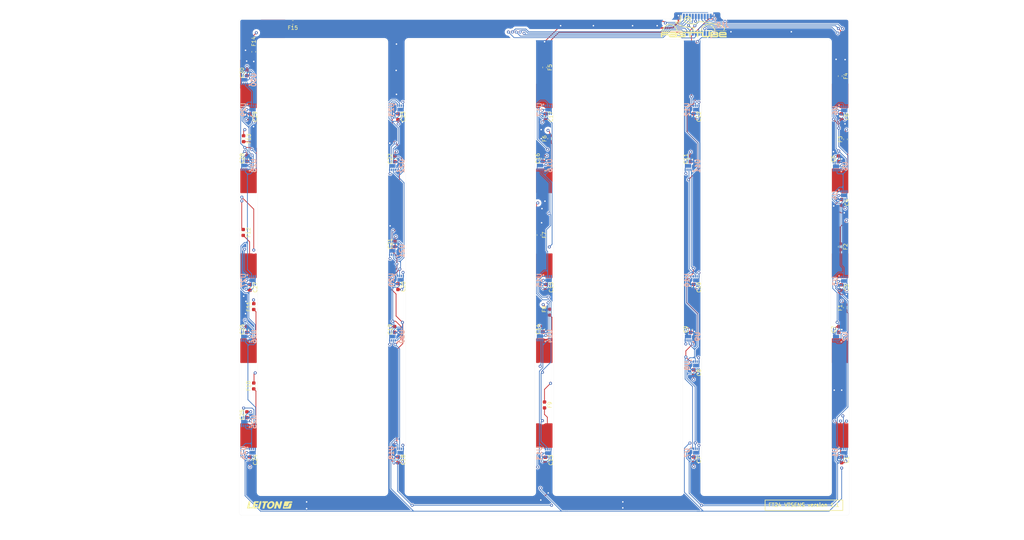
<source format=kicad_pcb>
(kicad_pcb
	(version 20240108)
	(generator "pcbnew")
	(generator_version "8.0")
	(general
		(thickness 1.6)
		(legacy_teardrops no)
	)
	(paper "A4")
	(layers
		(0 "F.Cu" signal)
		(1 "In1.Cu" signal)
		(2 "In2.Cu" signal)
		(31 "B.Cu" signal)
		(32 "B.Adhes" user "B.Adhesive")
		(33 "F.Adhes" user "F.Adhesive")
		(34 "B.Paste" user)
		(35 "F.Paste" user)
		(36 "B.SilkS" user "B.Silkscreen")
		(37 "F.SilkS" user "F.Silkscreen")
		(38 "B.Mask" user)
		(39 "F.Mask" user)
		(40 "Dwgs.User" user "User.Drawings")
		(41 "Cmts.User" user "User.Comments")
		(42 "Eco1.User" user "User.Eco1")
		(43 "Eco2.User" user "User.Eco2")
		(44 "Edge.Cuts" user)
		(45 "Margin" user)
		(46 "B.CrtYd" user "B.Courtyard")
		(47 "F.CrtYd" user "F.Courtyard")
		(48 "B.Fab" user)
		(49 "F.Fab" user)
		(50 "User.1" user)
		(51 "User.2" user)
		(52 "User.3" user)
		(53 "User.4" user)
		(54 "User.5" user)
		(55 "User.6" user)
		(56 "User.7" user)
		(57 "User.8" user)
		(58 "User.9" user)
	)
	(setup
		(stackup
			(layer "F.SilkS"
				(type "Top Silk Screen")
			)
			(layer "F.Paste"
				(type "Top Solder Paste")
			)
			(layer "F.Mask"
				(type "Top Solder Mask")
				(thickness 0.01)
			)
			(layer "F.Cu"
				(type "copper")
				(thickness 0.035)
			)
			(layer "dielectric 1"
				(type "prepreg")
				(thickness 0.1)
				(material "FR4")
				(epsilon_r 4.5)
				(loss_tangent 0.02)
			)
			(layer "In1.Cu"
				(type "copper")
				(thickness 0.035)
			)
			(layer "dielectric 2"
				(type "core")
				(thickness 1.24)
				(material "FR4")
				(epsilon_r 4.5)
				(loss_tangent 0.02)
			)
			(layer "In2.Cu"
				(type "copper")
				(thickness 0.035)
			)
			(layer "dielectric 3"
				(type "prepreg")
				(thickness 0.1)
				(material "FR4")
				(epsilon_r 4.5)
				(loss_tangent 0.02)
			)
			(layer "B.Cu"
				(type "copper")
				(thickness 0.035)
			)
			(layer "B.Mask"
				(type "Bottom Solder Mask")
				(thickness 0.01)
			)
			(layer "B.Paste"
				(type "Bottom Solder Paste")
			)
			(layer "B.SilkS"
				(type "Bottom Silk Screen")
			)
			(copper_finish "None")
			(dielectric_constraints no)
		)
		(pad_to_mask_clearance 0)
		(allow_soldermask_bridges_in_footprints no)
		(aux_axis_origin 65 25)
		(pcbplotparams
			(layerselection 0x00010fc_ffffffff)
			(plot_on_all_layers_selection 0x0000000_00000000)
			(disableapertmacros no)
			(usegerberextensions no)
			(usegerberattributes yes)
			(usegerberadvancedattributes yes)
			(creategerberjobfile yes)
			(dashed_line_dash_ratio 12.000000)
			(dashed_line_gap_ratio 3.000000)
			(svgprecision 4)
			(plotframeref no)
			(viasonmask no)
			(mode 1)
			(useauxorigin no)
			(hpglpennumber 1)
			(hpglpenspeed 20)
			(hpglpendiameter 15.000000)
			(pdf_front_fp_property_popups yes)
			(pdf_back_fp_property_popups yes)
			(dxfpolygonmode yes)
			(dxfimperialunits yes)
			(dxfusepcbnewfont yes)
			(psnegative no)
			(psa4output no)
			(plotreference yes)
			(plotvalue yes)
			(plotfptext yes)
			(plotinvisibletext no)
			(sketchpadsonfab no)
			(subtractmaskfromsilk no)
			(outputformat 1)
			(mirror no)
			(drillshape 0)
			(scaleselection 1)
			(outputdirectory "Gerber")
		)
	)
	(net 0 "")
	(net 1 "+5C")
	(net 2 "GND1")
	(net 3 "unconnected-(U1-ALERT-Pad3)")
	(net 4 "unconnected-(U2-ALERT-Pad3)")
	(net 5 "unconnected-(U3-ALERT-Pad3)")
	(net 6 "unconnected-(U4-ALERT-Pad3)")
	(net 7 "unconnected-(U5-ALERT-Pad3)")
	(net 8 "unconnected-(U6-ALERT-Pad3)")
	(net 9 "unconnected-(U7-ALERT-Pad3)")
	(net 10 "unconnected-(U8-ALERT-Pad3)")
	(net 11 "unconnected-(U9-ALERT-Pad3)")
	(net 12 "unconnected-(U10-ALERT-Pad3)")
	(net 13 "unconnected-(U11-ALERT-Pad3)")
	(net 14 "unconnected-(U12-ALERT-Pad3)")
	(net 15 "unconnected-(U13-ALERT-Pad3)")
	(net 16 "unconnected-(U14-ALERT-Pad3)")
	(net 17 "unconnected-(U15-ALERT-Pad3)")
	(net 18 "unconnected-(U16-ALERT-Pad3)")
	(net 19 "unconnected-(U17-ALERT-Pad3)")
	(net 20 "unconnected-(U18-ALERT-Pad3)")
	(net 21 "unconnected-(U19-ALERT-Pad3)")
	(net 22 "unconnected-(U20-ALERT-Pad3)")
	(net 23 "unconnected-(U21-ALERT-Pad3)")
	(net 24 "unconnected-(U22-ALERT-Pad3)")
	(net 25 "unconnected-(U23-ALERT-Pad3)")
	(net 26 "unconnected-(U24-ALERT-Pad3)")
	(net 27 "unconnected-(U25-ALERT-Pad3)")
	(net 28 "unconnected-(U26-ALERT-Pad3)")
	(net 29 "unconnected-(U27-ALERT-Pad3)")
	(net 30 "unconnected-(U28-ALERT-Pad3)")
	(net 31 "unconnected-(U29-ALERT-Pad3)")
	(net 32 "unconnected-(U30-ALERT-Pad3)")
	(net 33 "/V4")
	(net 34 "/V5")
	(net 35 "/V6")
	(net 36 "/V7")
	(net 37 "/V8")
	(net 38 "/V9")
	(net 39 "/V10")
	(net 40 "/V11")
	(net 41 "/V12")
	(net 42 "/V13")
	(net 43 "/V14")
	(net 44 "/V15")
	(net 45 "/SDA")
	(net 46 "/SCL")
	(net 47 "Net-(J2-Pin_1)")
	(net 48 "Net-(J3-Pin_1)")
	(net 49 "Net-(J4-Pin_1)")
	(net 50 "Net-(J5-Pin_1)")
	(net 51 "Net-(J6-Pin_1)")
	(net 52 "Net-(J7-Pin_1)")
	(net 53 "Net-(J8-Pin_1)")
	(net 54 "Net-(J9-Pin_1)")
	(net 55 "Net-(J11-Pin_1)")
	(net 56 "Net-(J12-Pin_1)")
	(net 57 "Net-(J13-Pin_1)")
	(net 58 "Net-(J14-Pin_1)")
	(net 59 "Net-(J15-Pin_1)")
	(net 60 "Net-(J16-Pin_1)")
	(net 61 "Net-(J17-Pin_1)")
	(net 62 "/xV1")
	(net 63 "/xV2")
	(net 64 "/xV3")
	(footprint "Fuse:Fuse_0603_1608Metric" (layer "F.Cu") (at 66.08033 82.4 -90))
	(footprint "Capacitor_SMD:C_0603_1608Metric" (layer "F.Cu") (at 67.08033 131.33033 90))
	(footprint "Capacitor_SMD:C_0603_1608Metric" (layer "F.Cu") (at 186.88033 51.33033 -90))
	(footprint "Capacitor_SMD:C_0603_1608Metric" (layer "F.Cu") (at 186.08033 108.43033 90))
	(footprint "Capacitor_SMD:C_0603_1608Metric" (layer "F.Cu") (at 186.88033 97.13033 -90))
	(footprint "VTSENS:Baby_ST_Bond_Pad" (layer "F.Cu") (at 67.53033 45.78033))
	(footprint "Capacitor_SMD:C_0603_1608Metric" (layer "F.Cu") (at 106.78033 62.63033 90))
	(footprint "VTSENS:Baby_ST_Bond_Pad" (layer "F.Cu") (at 226.18033 45.63033))
	(footprint "Capacitor_SMD:C_0603_1608Metric" (layer "F.Cu") (at 226.58033 143.43033 -90))
	(footprint "Capacitor_SMD:C_0603_1608Metric" (layer "F.Cu") (at 226.48033 51.33033 -90))
	(footprint "Fuse:Fuse_0603_1608Metric" (layer "F.Cu") (at 148.3 103.8 -90))
	(footprint "Capacitor_SMD:C_0603_1608Metric" (layer "F.Cu") (at 226.48033 97.23033 -90))
	(footprint "Capacitor_SMD:C_0603_1608Metric" (layer "F.Cu") (at 106.78033 85.43033 90))
	(footprint "VTSENS:Baby_ST_Bond_Pad" (layer "F.Cu") (at 67.68033 136.93033))
	(footprint "VTSENS:Baby_ST_Bond_Pad" (layer "F.Cu") (at 146.88033 136.93033))
	(footprint "Fuse:Fuse_0603_1608Metric" (layer "F.Cu") (at 226.18033 40.43033 -90))
	(footprint "Capacitor_SMD:C_0603_1608Metric" (layer "F.Cu") (at 67.88033 51.33033 -90))
	(footprint "Capacitor_SMD:C_0603_1608Metric" (layer "F.Cu") (at 186.88033 120.03033 -90))
	(footprint "Capacitor_SMD:C_0603_1608Metric" (layer "F.Cu") (at 107.58033 51.33033 -90))
	(footprint "VTSENS:Baby_ST_Bond_Pad" (layer "F.Cu") (at 146.78033 68.63033))
	(footprint "Capacitor_SMD:C_0603_1608Metric" (layer "F.Cu") (at 107.58033 96.93033 -90))
	(footprint "FaSTTUBe_logos:FTLogo_small" (layer "F.Cu") (at 186.9 27.02))
	(footprint "VTSENS:Baby_ST_Bond_Pad" (layer "F.Cu") (at 67.48033 114.23033))
	(footprint "VTSENS:Baby_ST_Bond_Pad" (layer "F.Cu") (at 146.88033 114.13033))
	(footprint "Capacitor_SMD:C_0603_1608Metric" (layer "F.Cu") (at 147.08033 143.53033 -90))
	(footprint "Capacitor_SMD:C_0603_1608Metric" (layer "F.Cu") (at 107.58033 143.43033 -90))
	(footprint "Capacitor_SMD:C_0603_1608Metric" (layer "F.Cu") (at 147.18033 51.33033 -90))
	(footprint "Fuse:Fuse_0603_1608Metric" (layer "F.Cu") (at 79.38033 26.03033 180))
	(footprint "VTSENS:Baby_ST_Bond_Pad" (layer "F.Cu") (at 67.48033 91.43033))
	(footprint "Fuse:Fuse_0603_1608Metric" (layer "F.Cu") (at 145.4 83.1 -90))
	(footprint "Fuse:Fuse_0603_1608Metric" (layer "F.Cu") (at 68.9 123.6 -90))
	(footprint "Fuse:Fuse_0603_1608Metric" (layer "F.Cu") (at 148.28033 57.2 -90))
	(footprint "VTSENS:Baby_ST_Bond_Pad" (layer "F.Cu") (at 226.18033 91.33033))
	(footprint "VTSENS:Baby_ST_Bond_Pad" (layer "F.Cu") (at 74.18033 27.93033))
	(footprint "Fuse:Fuse_0603_1608Metric" (layer "F.Cu") (at 227.6 57.4 -90))
	(footprint "VTSENS:Baby_ST_Bond_Pad" (layer "F.Cu") (at 67.48033 68.43033))
	(footprint "VTSENS:Baby_ST_Bond_Pad" (layer "F.Cu") (at 226.28033 137.03033))
	(footprint "Capacitor_SMD:C_0603_1608Metric" (layer "F.Cu") (at 225.78033 62.63033 90))
	(footprint "Capacitor_SMD:C_0603_1608Metric" (layer "F.Cu") (at 226.58033 74.33033 -90))
	(footprint "Capacitor_SMD:C_0603_1608Metric" (layer "F.Cu") (at 67.88033 97.13033 -90))
	(footprint "Capacitor_SMD:C_0603_1608Metric" (layer "F.Cu") (at 225.78033 108.43033 90))
	(footprint "Fuse:Fuse_0603_1608Metric" (layer "F.Cu") (at 227.58033 102.6 -90))
	(footprint "Fuse:Fuse_0603_1608Metric" (layer "F.Cu") (at 68.9 102.3 -90))
	(footprint "Capacitor_SMD:C_0603_1608Metric"
		(layer "F.Cu")
		(uuid "a067abb7-fb4d-4f83-a040-a55f7c16683a")
		(at 186.08033 62.63033 90)
		(descr "Capacitor SMD 0603 (1608 Metric), square (rectangular) end terminal, IPC_7351 nominal, (Body size source: IPC-SM-782 page 76, https://www.pcb-3d.com/wordpress/wp-content/uploads/ipc-sm-782a_amendment_1_and_2.pdf), generated with kicad-footprint-generator")
		(tags "capacitor")
		(property "Reference" "C11"
			(at 0 -1.3 90)
			(layer "F.SilkS")
			(uuid "98d7ccb9-a94b-4528-a73c-6312619ee029")
			(effects
				(font
					(size 1 1)
					(thickness 0.15)
				)
			)
		)
		(property "Value" "10n"
			(at 0 1.43 90)
			(layer "F.Fab")
			(uuid "5a51aec5-8ff8-474b-ab9b-6c2c6f94c87a")
			(effects
				(font
					(size 1 1)
					(thickness 0.15)
				)
			)
		)
		(property "Footprint" "Capacitor_SMD:C_0603_1608Metric"
			(at 0 0 90)
			(unlocked yes)
			(layer "F.Fab")
			(hide yes)
			(uuid "590ed792-14ba-45fa-a263-cd59e005c21e")
			(effects
				(font
					(size 1.27 1.27)
				)
			)
		)
		(property "Datasheet" ""
			(at 0 0 90)
			(unlocked yes)
			(layer "F.Fab")
			(hide yes)
			(uuid "7d8cf645-7625-45c8-83f2-67ac0e209780")
			(effects
				(font
					(size 1.27 1.27)
				)
			)
		)
		(property "Description" ""
			(at 0 0 90)
			(unlocked yes)
			(layer "F.Fab")
			(hide yes)
			(uuid "2aacbfee-2d91-4575-82fc-a1de0a4d11e4")
			(effects
				(font
					(size 1.27 1.27)
				)
			)
		)
		(property ki_fp_filters "C_*")
		(path "/ce98c8f9-384c-4798-b936-3fb98a8f370e")
		(sheetname "Root")
		(sheetfile "FT24-AMS-Slave_v1-VTSENS.kicad_sch")
		(attr smd)
		(fp_line
			(start -0.14058 -0.51)
			(end 0.14058 -0.51)
			(stroke
				(width 0.12)
				(type solid)
			)
			(layer "F.SilkS")
			(uuid "780ffc7d-0af4-475d-906a-463cb9c82319")
		)
		(fp_line
			(start -0.14058 0.51)
			(end 0.14058 0.51)
			(stroke
				(width 0.12)
				(type solid)
			)
			(layer "F.SilkS")
			(uuid "aff3cdd6-c8d9-49f4-883b-f53be9b82349")
		)
		(fp_line
			(start 1.48 -0.73)
			(end 1.48 0.73)
			(stroke
				(width 0.05)
				(type solid)
			)
			(layer "F.CrtYd")
			(uuid "ea11c630-0911-4040-b137-6729d925dadb")
		)
		(fp_line
			(start -1.48 -0.73)
			(end 1.48 -0.73)
			(stroke
				(width 0.05)
				(type solid)
			)
			(layer "F.CrtYd")
			(uuid "a1c5dab5-4a4f-40da-ae99-86a035988302")
		)
		(fp_line
			(start 1.48 0.73)
			(end -1.48 0.73)
			(stroke
				(width 0.05)
				(type solid)
			)
			(layer "F.CrtYd")
			(uuid "7b6c36a3-e923-4708-b839-017987744e56")
		)
		(fp_line
			(start -1.48 0.73)
			(end -1.48 -0.73)
			(stroke
				(width 0.05)
				(type solid)
			)
			(layer "F.CrtYd")
			(uuid "fb33121a-4a5d-4cb9-8c85-4a423e9e5647")
		)
		(fp_line
			(start 0.8 -0.4)
			(end 0.8 0.4)
			(stroke
				(width 0.1)
				(type solid)
			)
			(layer "F.Fab")
			(uuid "61475b62-ed63-4115-87ed-90b4174f65c9")
		)
		(fp_line
			(start -0.8 -0.4)
			(end 0.8 -0.4)
			(stroke
				(width 0.1)
				(type solid)
			)
			(layer "F.Fab")
			(uuid "72322f5f-c665-41e9-a596-19f1ea25bdb2")
		)
		(fp_line
			(start 0.8 0.4)
			(end -0.8 0.4)
			(stroke
				(width 0.1)
				(type solid)
			)
			(layer "F.Fab")
			(uuid "a6252943-d64b-425d-bf69-82c9cdbc8e76")
		)
		(fp_line
			(start -0.8 0.4)
			(end -0.8 -0.4)
			(stroke
				(width 0.1)
				(type solid)
			)
			(layer "F.Fab")
			(uuid "26693f2d-9957-44e8-b56a-ae463fe6074a")
		)
		(fp_text user "${REFERENCE}"
			(at 0 0 90)
			(layer "F.Fab")
			(uuid "2a1f2584-f11b-4fe9-9c10-2892ade15de1")
			(effects
				(font
					(size 0.4 0.4)
					(thickness 0.06)
				)
			)
		)
		(pad "1" smd roundrect
			(at -0.775 0 90)
			(size 0.9 0.95)
			(layers "F.Cu" 
... [3031876 chars truncated]
</source>
